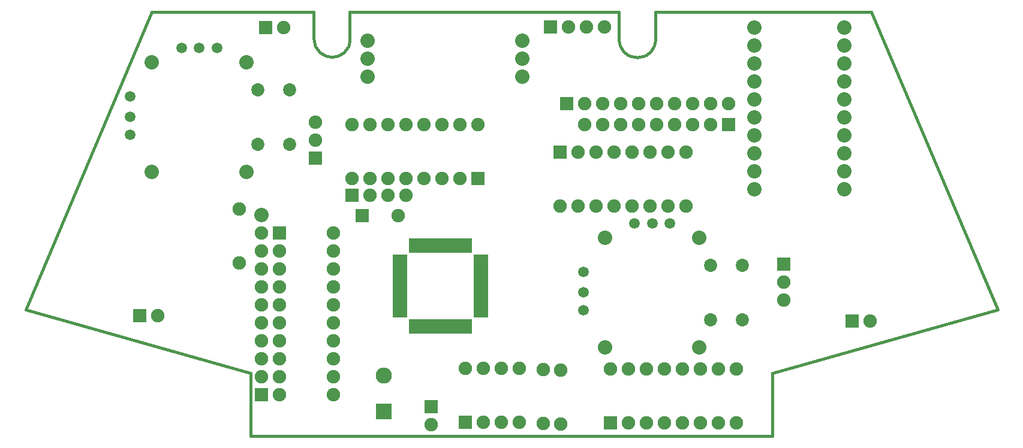
<source format=gts>
G04 (created by PCBNEW-RS274X (20100406 SVN-R2508)-final) date 9/22/2010 8:11:36 PM*
G01*
G70*
G90*
%MOIN*%
G04 Gerber Fmt 3.4, Leading zero omitted, Abs format*
%FSLAX34Y34*%
G04 APERTURE LIST*
%ADD10C,0.006000*%
%ADD11C,0.015000*%
%ADD12C,0.080000*%
%ADD13R,0.075000X0.075000*%
%ADD14C,0.075000*%
%ADD15C,0.073000*%
%ADD16C,0.059000*%
%ADD17R,0.090000X0.090000*%
%ADD18C,0.090000*%
%ADD19R,0.036000X0.080000*%
%ADD20R,0.080000X0.036000*%
G04 APERTURE END LIST*
G54D10*
G54D11*
X47621Y-34111D02*
X62578Y-34111D01*
X64588Y-34111D02*
X65914Y-34111D01*
X65588Y-34110D02*
X67788Y-34110D01*
X36610Y-34110D02*
X45620Y-34110D01*
X45620Y-34110D02*
X45620Y-35610D01*
X45620Y-35610D02*
X45624Y-35697D01*
X45636Y-35783D01*
X45655Y-35868D01*
X45681Y-35952D01*
X45714Y-36032D01*
X45754Y-36109D01*
X45801Y-36183D01*
X45854Y-36252D01*
X45913Y-36317D01*
X45978Y-36376D01*
X46047Y-36429D01*
X46121Y-36476D01*
X46198Y-36516D01*
X46278Y-36549D01*
X46362Y-36575D01*
X46447Y-36594D01*
X46533Y-36606D01*
X46620Y-36610D01*
X46620Y-36610D02*
X46707Y-36606D01*
X46793Y-36594D01*
X46878Y-36575D01*
X46962Y-36549D01*
X47042Y-36516D01*
X47120Y-36476D01*
X47193Y-36429D01*
X47262Y-36376D01*
X47327Y-36317D01*
X47386Y-36252D01*
X47439Y-36183D01*
X47486Y-36109D01*
X47526Y-36032D01*
X47559Y-35952D01*
X47585Y-35868D01*
X47604Y-35783D01*
X47616Y-35697D01*
X47620Y-35610D01*
X47620Y-35610D02*
X47620Y-34110D01*
X62578Y-34110D02*
X62578Y-35610D01*
X62578Y-35630D02*
X62582Y-35717D01*
X62594Y-35803D01*
X62613Y-35888D01*
X62639Y-35972D01*
X62672Y-36052D01*
X62712Y-36129D01*
X62759Y-36203D01*
X62812Y-36272D01*
X62871Y-36337D01*
X62936Y-36396D01*
X63005Y-36449D01*
X63079Y-36496D01*
X63156Y-36536D01*
X63236Y-36569D01*
X63320Y-36595D01*
X63405Y-36614D01*
X63491Y-36626D01*
X63578Y-36630D01*
X63598Y-36630D02*
X63685Y-36626D01*
X63771Y-36614D01*
X63856Y-36595D01*
X63940Y-36569D01*
X64020Y-36536D01*
X64098Y-36496D01*
X64171Y-36449D01*
X64240Y-36396D01*
X64305Y-36337D01*
X64364Y-36272D01*
X64417Y-36203D01*
X64464Y-36129D01*
X64504Y-36052D01*
X64537Y-35972D01*
X64563Y-35888D01*
X64582Y-35803D01*
X64594Y-35717D01*
X64598Y-35630D01*
X64588Y-35629D02*
X64588Y-34129D01*
X67610Y-34110D02*
X76610Y-34110D01*
X76610Y-34110D02*
X83630Y-50690D01*
X83630Y-50690D02*
X71110Y-54210D01*
X71110Y-54210D02*
X71110Y-57710D01*
X71110Y-57710D02*
X42110Y-57710D01*
X42110Y-57710D02*
X42110Y-54210D01*
X42110Y-54210D02*
X29600Y-50690D01*
X29600Y-50690D02*
X36610Y-34110D01*
G54D12*
X75098Y-34965D03*
X75098Y-35965D03*
X75098Y-36965D03*
X75098Y-37965D03*
X75098Y-38965D03*
X75098Y-39965D03*
X75098Y-40965D03*
X75098Y-41965D03*
X75098Y-42965D03*
X75098Y-43965D03*
X70098Y-43965D03*
X70098Y-42965D03*
X70098Y-41965D03*
X70098Y-40965D03*
X70098Y-39965D03*
X70098Y-38965D03*
X70098Y-37965D03*
X70098Y-36965D03*
X70098Y-35965D03*
X70098Y-34965D03*
G54D13*
X59295Y-41915D03*
G54D14*
X60295Y-41915D03*
X61295Y-41915D03*
X62295Y-41915D03*
X63295Y-41915D03*
X64295Y-41915D03*
X65295Y-41915D03*
X66295Y-41915D03*
X66295Y-44915D03*
X65295Y-44915D03*
X64295Y-44915D03*
X63295Y-44915D03*
X62295Y-44915D03*
X61295Y-44915D03*
X60295Y-44915D03*
X59295Y-44915D03*
G54D13*
X54750Y-43370D03*
G54D14*
X53750Y-43370D03*
X52750Y-43370D03*
X51750Y-43370D03*
X50750Y-43370D03*
X49750Y-43370D03*
X48750Y-43370D03*
X47750Y-43370D03*
X47750Y-40370D03*
X48750Y-40370D03*
X49750Y-40370D03*
X50750Y-40370D03*
X51750Y-40370D03*
X52750Y-40370D03*
X53750Y-40370D03*
X54750Y-40370D03*
G54D13*
X48289Y-45443D03*
G54D14*
X50289Y-45443D03*
G54D12*
X67050Y-52770D03*
X67050Y-46670D03*
X61810Y-46670D03*
X61810Y-52770D03*
G54D15*
X69450Y-51230D03*
X67680Y-51230D03*
X69450Y-48200D03*
X67680Y-48200D03*
G54D16*
X65420Y-45880D03*
X64430Y-45880D03*
X63450Y-45880D03*
X60590Y-50700D03*
X60590Y-49720D03*
X60590Y-48580D03*
G54D12*
X41860Y-43010D03*
X41860Y-36910D03*
X36620Y-36910D03*
X36620Y-43010D03*
G54D15*
X44260Y-41470D03*
X42490Y-41470D03*
X44260Y-38440D03*
X42490Y-38440D03*
G54D16*
X40230Y-36120D03*
X39240Y-36120D03*
X38260Y-36120D03*
X35400Y-40940D03*
X35400Y-39960D03*
X35400Y-38820D03*
G54D17*
X49518Y-56335D03*
G54D18*
X49518Y-54335D03*
G54D12*
X57220Y-37723D03*
X57220Y-35723D03*
X57220Y-36723D03*
X48600Y-37723D03*
X48600Y-35723D03*
X48600Y-36723D03*
G54D14*
X59331Y-57061D03*
X59331Y-54061D03*
X58386Y-57022D03*
X58386Y-54022D03*
G54D13*
X52136Y-56065D03*
G54D14*
X52136Y-57065D03*
G54D13*
X45719Y-42240D03*
G54D14*
X45719Y-41240D03*
X45719Y-40240D03*
G54D13*
X71722Y-48154D03*
G54D14*
X71722Y-49154D03*
X71722Y-50154D03*
G54D13*
X47752Y-44311D03*
G54D14*
X48752Y-44311D03*
X49752Y-44311D03*
X50752Y-44311D03*
G54D13*
X54051Y-56953D03*
G54D14*
X55051Y-56953D03*
X56051Y-56953D03*
X57051Y-56953D03*
X57051Y-53953D03*
X56051Y-53953D03*
X55051Y-53953D03*
X54051Y-53953D03*
G54D13*
X42717Y-55406D03*
G54D14*
X42717Y-54406D03*
X42717Y-53406D03*
X42717Y-52406D03*
X42717Y-51406D03*
X42717Y-50406D03*
X42717Y-49406D03*
X42717Y-48406D03*
X42717Y-47406D03*
X42717Y-46406D03*
G54D12*
X42717Y-45406D03*
G54D13*
X68657Y-40374D03*
G54D14*
X67657Y-40374D03*
X66657Y-40374D03*
X65657Y-40374D03*
X64657Y-40374D03*
X63657Y-40374D03*
X62657Y-40374D03*
X61657Y-40374D03*
X60657Y-40374D03*
G54D19*
X52648Y-51610D03*
X52963Y-51610D03*
X53278Y-51610D03*
X53593Y-51610D03*
X53908Y-51610D03*
X54223Y-51610D03*
X52333Y-51610D03*
X52018Y-51610D03*
X51703Y-51610D03*
X51388Y-51610D03*
X51073Y-51610D03*
X52648Y-47110D03*
X52963Y-47110D03*
X53278Y-47110D03*
X53593Y-47110D03*
X53908Y-47110D03*
X54223Y-47110D03*
X52333Y-47110D03*
X52018Y-47110D03*
X51703Y-47110D03*
X51388Y-47110D03*
X51073Y-47110D03*
G54D20*
X54898Y-49360D03*
X50398Y-49360D03*
X54898Y-49045D03*
X50398Y-49045D03*
X50398Y-48730D03*
X54898Y-48730D03*
X54898Y-48415D03*
X50398Y-48415D03*
X50398Y-48100D03*
X54898Y-48100D03*
X54898Y-47785D03*
X50398Y-47785D03*
X50398Y-49675D03*
X54898Y-49675D03*
X54898Y-49990D03*
X50398Y-49990D03*
X50398Y-50305D03*
X54898Y-50305D03*
X54898Y-50620D03*
X50398Y-50620D03*
X50398Y-50935D03*
X54898Y-50935D03*
G54D13*
X43697Y-46406D03*
G54D14*
X43697Y-47406D03*
X43697Y-48406D03*
X43697Y-49406D03*
X43697Y-50406D03*
X43697Y-51406D03*
X43697Y-52406D03*
X43697Y-53406D03*
X43697Y-54406D03*
X43697Y-55406D03*
X46697Y-55406D03*
X46697Y-54406D03*
X46697Y-53406D03*
X46697Y-52406D03*
X46697Y-51406D03*
X46697Y-50406D03*
X46697Y-49406D03*
X46697Y-48406D03*
X46697Y-47406D03*
X46697Y-46406D03*
G54D13*
X62100Y-56982D03*
G54D14*
X63100Y-56982D03*
X64100Y-56982D03*
X65100Y-56982D03*
X66100Y-56982D03*
X67100Y-56982D03*
X68100Y-56982D03*
X69100Y-56982D03*
X69100Y-53982D03*
X68100Y-53982D03*
X67100Y-53982D03*
X66100Y-53982D03*
X65100Y-53982D03*
X64100Y-53982D03*
X63100Y-53982D03*
X62100Y-53982D03*
G54D13*
X35947Y-51024D03*
G54D14*
X36947Y-51024D03*
G54D13*
X75553Y-51329D03*
G54D14*
X76553Y-51329D03*
G54D13*
X58780Y-34942D03*
G54D14*
X59780Y-34942D03*
X60780Y-34942D03*
X61780Y-34942D03*
X41486Y-48094D03*
X41486Y-45094D03*
G54D13*
X42945Y-34980D03*
G54D14*
X43945Y-34980D03*
G54D13*
X59657Y-39224D03*
G54D14*
X60657Y-39224D03*
X61657Y-39224D03*
X62657Y-39224D03*
X63657Y-39224D03*
X64657Y-39224D03*
X65657Y-39224D03*
X66657Y-39224D03*
X67657Y-39224D03*
X68657Y-39224D03*
M02*

</source>
